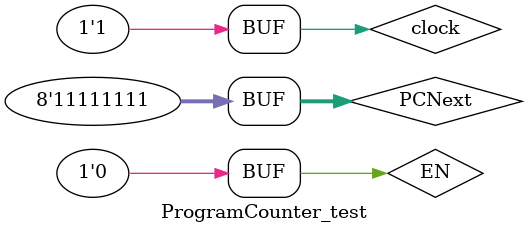
<source format=v>
`timescale 1ns / 1ps


module ProgramCounter_test;

	// Inputs
	reg EN;
	reg clock;
	reg [7:0] PCNext;

	// Outputs
	wire [7:0] PC;

	// CLOCK
	parameter PERIOD = 100;

	always begin
		clock = 1'b0;
		#(PERIOD/2) clock = 1'b1;
		#(PERIOD/2);
	end 

	// Instantiate the Unit Under Test (UUT)
	ProgramCounter uut (
		.EN(EN), 
		.clock(clock), 
		.PCNext(PCNext), 
		.PC(PC)
	);

	initial begin
		// Initialize Inputs
		EN = 0;
		PCNext = 8'b11111111;
		// Wait 100 ns for global reset to finish
		#100;
		
		EN = 0;
		PCNext = 8'b11111111;
		// Wait 100 ns for global reset to finish
		#100;
		
		EN = 1;
		PCNext = 8'b11111111;
		// Wait 100 ns for global reset to finish
		#100;
		
		EN = 0;
		PCNext = 8'b11111111;
		// Wait 100 ns for global reset to finish
		#100;
        
		// Add stimulus here

	end
      
endmodule


</source>
